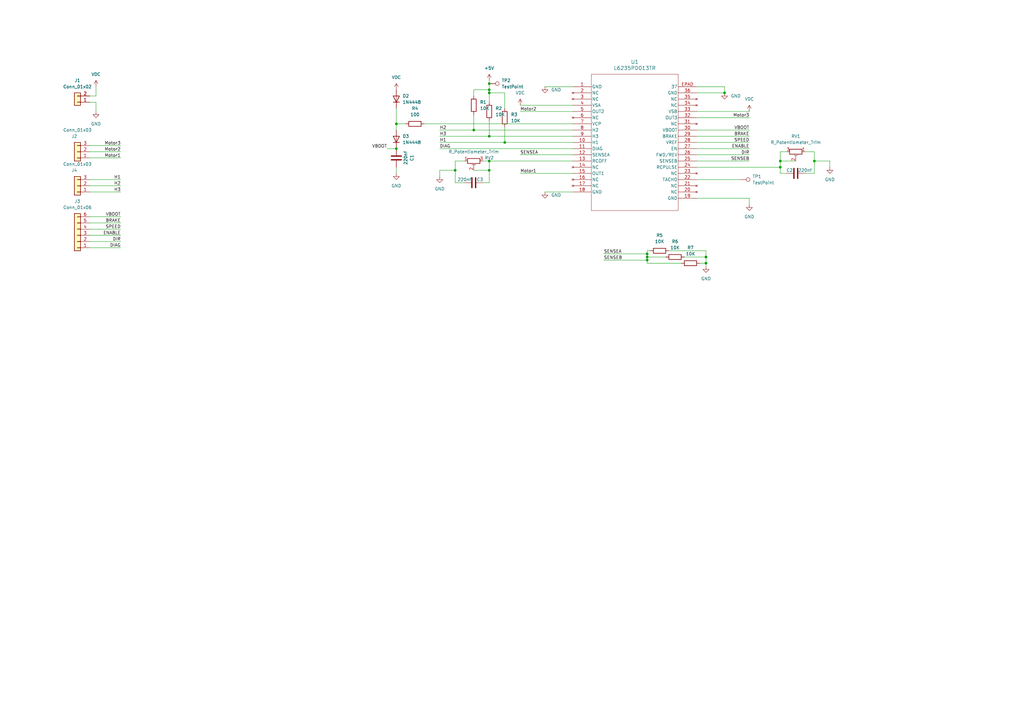
<source format=kicad_sch>
(kicad_sch (version 20230121) (generator eeschema)
  (paper "A3")
  (lib_symbols
    (symbol "2024-07-19_12-46-37:L6235PD013TR" (pin_names (offset 0.254))
      (property "Reference" "U" (at 25.4 10.16 0))
      (property "Value" "L6235PD013TR" (at 25.4 7.62 0))
      (symbol "L6235PD013TR_0_1"
        (polyline (pts (xy 7.62 -50.8) (xy 43.18 -50.8)) (stroke (width 0.127)))
        (polyline (pts (xy 7.62 5.08) (xy 7.62 -50.8)) (stroke (width 0.127)))
        (polyline (pts (xy 43.18 -50.8) (xy 43.18 5.08)) (stroke (width 0.127)))
        (polyline (pts (xy 43.18 5.08) (xy 7.62 5.08)) (stroke (width 0.127)))
        (pin unspecified line (at 0 0 0) (length 7.62) (name "GND") (number "1"))
        (pin input line (at 0 -22.86 0) (length 7.62) (name "H1") (number "10"))
        (pin output line (at 0 -25.4 0) (length 7.62) (name "DIAG") (number "11"))
        (pin power_in line (at 0 -27.94 0) (length 7.62) (name "SENSEA") (number "12"))
        (pin unspecified line (at 0 -30.48 0) (length 7.62) (name "RCOFF") (number "13"))
        (pin no_connect line (at 0 -33.02 0) (length 7.62) (name "NC") (number "14"))
        (pin output line (at 0 -35.56 0) (length 7.62) (name "OUT1") (number "15"))
        (pin no_connect line (at 0 -38.1 0) (length 7.62) (name "NC") (number "16"))
        (pin no_connect line (at 0 -40.64 0) (length 7.62) (name "NC") (number "17"))
        (pin unspecified line (at 0 -43.18 0) (length 7.62) (name "GND") (number "18"))
        (pin unspecified line (at 50.8 -45.72 180) (length 7.62) (name "GND") (number "19"))
        (pin no_connect line (at 0 -2.54 0) (length 7.62) (name "NC") (number "2"))
        (pin no_connect line (at 50.8 -43.18 180) (length 7.62) (name "NC") (number "20"))
        (pin no_connect line (at 50.8 -40.64 180) (length 7.62) (name "NC") (number "21"))
        (pin output line (at 50.8 -38.1 180) (length 7.62) (name "TACHO") (number "22"))
        (pin no_connect line (at 50.8 -35.56 180) (length 7.62) (name "NC") (number "23"))
        (pin unspecified line (at 50.8 -33.02 180) (length 7.62) (name "RCPULSE") (number "24"))
        (pin power_in line (at 50.8 -30.48 180) (length 7.62) (name "SENSEB") (number "25"))
        (pin input line (at 50.8 -27.94 180) (length 7.62) (name "FWD/REV") (number "26"))
        (pin input line (at 50.8 -25.4 180) (length 7.62) (name "EN") (number "27"))
        (pin power_in line (at 50.8 -22.86 180) (length 7.62) (name "VREF") (number "28"))
        (pin input line (at 50.8 -20.32 180) (length 7.62) (name "BRAKE") (number "29"))
        (pin no_connect line (at 0 -5.08 0) (length 7.62) (name "NC") (number "3"))
        (pin power_in line (at 50.8 -17.78 180) (length 7.62) (name "VBOOT") (number "30"))
        (pin no_connect line (at 50.8 -15.24 180) (length 7.62) (name "NC") (number "31"))
        (pin output line (at 50.8 -12.7 180) (length 7.62) (name "OUT3") (number "32"))
        (pin power_in line (at 50.8 -10.16 180) (length 7.62) (name "VSB") (number "33"))
        (pin no_connect line (at 50.8 -7.62 180) (length 7.62) (name "NC") (number "34"))
        (pin no_connect line (at 50.8 -5.08 180) (length 7.62) (name "NC") (number "35"))
        (pin unspecified line (at 50.8 -2.54 180) (length 7.62) (name "GND") (number "36"))
        (pin power_in line (at 0 -7.62 0) (length 7.62) (name "VSA") (number "4"))
        (pin output line (at 0 -10.16 0) (length 7.62) (name "OUT2") (number "5"))
        (pin no_connect line (at 0 -12.7 0) (length 7.62) (name "NC") (number "6"))
        (pin power_in line (at 0 -15.24 0) (length 7.62) (name "VCP") (number "7"))
        (pin input line (at 0 -17.78 0) (length 7.62) (name "H2") (number "8"))
        (pin input line (at 0 -20.32 0) (length 7.62) (name "H3") (number "9"))
        (pin unspecified line (at 50.8 0 180) (length 7.62) (name "37") (number "EPAD"))
      )
    )
    (symbol "Connector:TestPoint" (pin_numbers hide) (pin_names (offset 0.762) hide)
      (property "Reference" "TP" (at 0 6.858 0))
      (property "Value" "TestPoint" (at 0 5.08 0))
      (symbol "TestPoint_0_1"
        (circle (center 0 3.302) (radius 0.762))
      )
      (symbol "TestPoint_1_1"
        (pin passive line (at 0 0 90) (length 2.54) (name "1") (number "1"))
      )
    )
    (symbol "Connector_Generic:Conn_01x02" (pin_names (offset 1.016) hide)
      (property "Reference" "J" (at 0 2.54 0))
      (property "Value" "Conn_01x02" (at 0 -5.08 0))
      (symbol "Conn_01x02_1_1"
        (rectangle (start -1.27 -2.413) (end 0 -2.667) (stroke (width 0.1524)))
        (rectangle (start -1.27 0.127) (end 0 -0.127) (stroke (width 0.1524)))
        (rectangle (start -1.27 1.27) (end 1.27 -3.81) (stroke (width 0.254)) (fill (type background)))
        (pin passive line (at -5.08 0 0) (length 3.81) (name "Pin_1") (number "1"))
        (pin passive line (at -5.08 -2.54 0) (length 3.81) (name "Pin_2") (number "2"))
      )
    )
    (symbol "Connector_Generic:Conn_01x03" (pin_names (offset 1.016) hide)
      (property "Reference" "J" (at 0 5.08 0))
      (property "Value" "Conn_01x03" (at 0 -5.08 0))
      (symbol "Conn_01x03_1_1"
        (rectangle (start -1.27 -2.413) (end 0 -2.667) (stroke (width 0.1524)))
        (rectangle (start -1.27 0.127) (end 0 -0.127) (stroke (width 0.1524)))
        (rectangle (start -1.27 2.667) (end 0 2.413) (stroke (width 0.1524)))
        (rectangle (start -1.27 3.81) (end 1.27 -3.81) (stroke (width 0.254)) (fill (type background)))
        (pin passive line (at -5.08 2.54 0) (length 3.81) (name "Pin_1") (number "1"))
        (pin passive line (at -5.08 0 0) (length 3.81) (name "Pin_2") (number "2"))
        (pin passive line (at -5.08 -2.54 0) (length 3.81) (name "Pin_3") (number "3"))
      )
    )
    (symbol "Connector_Generic:Conn_01x06" (pin_names (offset 1.016) hide)
      (property "Reference" "J" (at 0 7.62 0))
      (property "Value" "Conn_01x06" (at 0 -10.16 0))
      (symbol "Conn_01x06_1_1"
        (rectangle (start -1.27 -7.493) (end 0 -7.747) (stroke (width 0.1524)))
        (rectangle (start -1.27 -4.953) (end 0 -5.207) (stroke (width 0.1524)))
        (rectangle (start -1.27 -2.413) (end 0 -2.667) (stroke (width 0.1524)))
        (rectangle (start -1.27 0.127) (end 0 -0.127) (stroke (width 0.1524)))
        (rectangle (start -1.27 2.667) (end 0 2.413) (stroke (width 0.1524)))
        (rectangle (start -1.27 5.207) (end 0 4.953) (stroke (width 0.1524)))
        (rectangle (start -1.27 6.35) (end 1.27 -8.89) (stroke (width 0.254)) (fill (type background)))
        (pin passive line (at -5.08 5.08 0) (length 3.81) (name "Pin_1") (number "1"))
        (pin passive line (at -5.08 2.54 0) (length 3.81) (name "Pin_2") (number "2"))
        (pin passive line (at -5.08 0 0) (length 3.81) (name "Pin_3") (number "3"))
        (pin passive line (at -5.08 -2.54 0) (length 3.81) (name "Pin_4") (number "4"))
        (pin passive line (at -5.08 -5.08 0) (length 3.81) (name "Pin_5") (number "5"))
        (pin passive line (at -5.08 -7.62 0) (length 3.81) (name "Pin_6") (number "6"))
      )
    )
    (symbol "Device:C" (pin_numbers hide) (pin_names (offset 0.254))
      (property "Reference" "C" (at 0.635 2.54 0))
      (property "Value" "C" (at 0.635 -2.54 0))
      (symbol "C_0_1"
        (polyline (pts (xy -2.032 -0.762) (xy 2.032 -0.762)) (stroke (width 0.508)))
        (polyline (pts (xy -2.032 0.762) (xy 2.032 0.762)) (stroke (width 0.508)))
      )
      (symbol "C_1_1"
        (pin passive line (at 0 3.81 270) (length 2.794) (name "~") (number "1"))
        (pin passive line (at 0 -3.81 90) (length 2.794) (name "~") (number "2"))
      )
    )
    (symbol "Device:R" (pin_numbers hide) (pin_names (offset 0))
      (property "Reference" "R" (at 2.032 0 90))
      (property "Value" "R" (at 0 0 90))
      (symbol "R_0_1"
        (rectangle (start -1.016 -2.54) (end 1.016 2.54) (stroke (width 0.254)))
      )
      (symbol "R_1_1"
        (pin passive line (at 0 3.81 270) (length 1.27) (name "~") (number "1"))
        (pin passive line (at 0 -3.81 90) (length 1.27) (name "~") (number "2"))
      )
    )
    (symbol "Device:R_Potentiometer_Trim" (pin_names (offset 1.016) hide)
      (property "Reference" "RV" (at -4.445 0 90))
      (property "Value" "R_Potentiometer_Trim" (at -2.54 0 90))
      (symbol "R_Potentiometer_Trim_0_1"
        (polyline (pts (xy 1.524 0.762) (xy 1.524 -0.762)))
        (polyline (pts (xy 2.54 0) (xy 1.524 0)))
        (rectangle (start 1.016 2.54) (end -1.016 -2.54) (stroke (width 0.254)))
      )
      (symbol "R_Potentiometer_Trim_1_1"
        (pin passive line (at 0 3.81 270) (length 1.27) (name "1") (number "1"))
        (pin passive line (at 3.81 0 180) (length 1.27) (name "2") (number "2"))
        (pin passive line (at 0 -3.81 90) (length 1.27) (name "3") (number "3"))
      )
    )
    (symbol "Diode:1N4448" (pin_numbers hide) (pin_names hide)
      (property "Reference" "D" (at 0 2.54 0))
      (property "Value" "1N4448" (at 0 -2.54 0))
      (symbol "1N4448_0_1"
        (polyline (pts (xy -1.27 1.27) (xy -1.27 -1.27)) (stroke (width 0.254)))
        (polyline (pts (xy 1.27 0) (xy -1.27 0)))
        (polyline (pts (xy 1.27 1.27) (xy 1.27 -1.27) (xy -1.27 0) (xy 1.27 1.27)) (stroke (width 0.254)))
      )
      (symbol "1N4448_1_1"
        (pin passive line (at -3.81 0 0) (length 2.54) (name "K") (number "1"))
        (pin passive line (at 3.81 0 180) (length 2.54) (name "A") (number "2"))
      )
    )
    (symbol "power:+5V" (power) (pin_names (offset 0))
      (property "Value" "+5V" (at 0 3.556 0))
      (symbol "+5V_0_1"
        (polyline (pts (xy -0.762 1.27) (xy 0 2.54)))
        (polyline (pts (xy 0 0) (xy 0 2.54)))
        (polyline (pts (xy 0 2.54) (xy 0.762 1.27)))
      )
      (symbol "+5V_1_1"
        (pin power_in line (at 0 0 90) (length 0) hide (name "+5V") (number "1"))
      )
    )
    (symbol "power:GND" (power) (pin_names (offset 0))
      (property "Value" "GND" (at 0 -3.81 0))
      (symbol "GND_0_1"
        (polyline (pts (xy 0 0) (xy 0 -1.27) (xy 1.27 -1.27) (xy 0 -2.54) (xy -1.27 -1.27) (xy 0 -1.27)))
      )
      (symbol "GND_1_1"
        (pin power_in line (at 0 0 270) (length 0) hide (name "GND") (number "1"))
      )
    )
    (symbol "power:VDC" (power) (pin_names (offset 0))
      (property "Value" "VDC" (at 0 6.35 0))
      (symbol "VDC_0_1"
        (polyline (pts (xy -0.762 1.27) (xy 0 2.54)))
        (polyline (pts (xy 0 0) (xy 0 2.54)))
        (polyline (pts (xy 0 2.54) (xy 0.762 1.27)))
      )
      (symbol "VDC_1_1"
        (pin power_in line (at 0 0 90) (length 0) hide (name "VDC") (number "1"))
      )
    )
  )
  (junction (at 162.56 60.96))
  (junction (at 297.18 38.1))
  (junction (at 334.01 66.04))
  (junction (at 207.01 58.42))
  (junction (at 320.04 68.58))
  (junction (at 162.56 50.8))
  (junction (at 265.43 106.68))
  (junction (at 320.04 66.04))
  (junction (at 200.66 55.88))
  (junction (at 186.69 69.85))
  (junction (at 265.43 105.41))
  (junction (at 200.66 36.83))
  (junction (at 200.66 34.29))
  (junction (at 200.66 69.85))
  (junction (at 289.56 105.41))
  (junction (at 200.66 38.1))
  (junction (at 194.31 53.34))
  (junction (at 265.43 104.14))
  (junction (at 289.56 107.95))
  (junction (at 200.66 66.04))
  (wire (pts (xy 213.36 43.18) (xy 234.95 43.18)))
  (wire (pts (xy 285.75 35.56) (xy 297.18 35.56)))
  (wire (pts (xy 247.65 106.68) (xy 265.43 106.68)))
  (wire (pts (xy 162.56 68.58) (xy 162.56 71.12)))
  (wire (pts (xy 320.04 68.58) (xy 320.04 71.12)))
  (wire (pts (xy 289.56 107.95) (xy 289.56 109.22)))
  (wire (pts (xy 194.31 53.34) (xy 234.95 53.34)))
  (wire (pts (xy 285.75 81.28) (xy 307.34 81.28)))
  (wire (pts (xy 207.01 44.45) (xy 207.01 38.1)))
  (wire (pts (xy 36.83 59.69) (xy 49.53 59.69)))
  (wire (pts (xy 36.83 39.37) (xy 39.37 39.37)))
  (wire (pts (xy 280.67 105.41) (xy 289.56 105.41)))
  (wire (pts (xy 334.01 66.04) (xy 340.36 66.04)))
  (wire (pts (xy 247.65 104.14) (xy 265.43 104.14)))
  (wire (pts (xy 200.66 34.29) (xy 200.66 33.02)))
  (wire (pts (xy 36.83 96.52) (xy 49.53 96.52)))
  (wire (pts (xy 36.83 73.66) (xy 49.53 73.66)))
  (wire (pts (xy 285.75 55.88) (xy 307.34 55.88)))
  (wire (pts (xy 36.83 64.77) (xy 49.53 64.77)))
  (wire (pts (xy 320.04 66.04) (xy 320.04 62.23)))
  (wire (pts (xy 285.75 53.34) (xy 307.34 53.34)))
  (wire (pts (xy 36.83 93.98) (xy 49.53 93.98)))
  (wire (pts (xy 36.83 62.23) (xy 49.53 62.23)))
  (wire (pts (xy 285.75 73.66) (xy 303.53 73.66)))
  (wire (pts (xy 265.43 104.14) (xy 265.43 102.87)))
  (wire (pts (xy 180.34 69.85) (xy 180.34 72.39)))
  (wire (pts (xy 265.43 102.87) (xy 266.7 102.87)))
  (wire (pts (xy 200.66 49.53) (xy 200.66 55.88)))
  (wire (pts (xy 320.04 66.04) (xy 320.04 68.58)))
  (wire (pts (xy 200.66 36.83) (xy 200.66 38.1)))
  (wire (pts (xy 200.66 66.04) (xy 198.12 66.04)))
  (wire (pts (xy 36.83 99.06) (xy 49.53 99.06)))
  (wire (pts (xy 200.66 66.04) (xy 200.66 69.85)))
  (wire (pts (xy 285.75 68.58) (xy 320.04 68.58)))
  (wire (pts (xy 194.31 36.83) (xy 200.66 36.83)))
  (wire (pts (xy 162.56 53.34) (xy 162.56 50.8)))
  (wire (pts (xy 307.34 81.28) (xy 307.34 83.82)))
  (wire (pts (xy 36.83 91.44) (xy 49.53 91.44)))
  (wire (pts (xy 223.52 35.56) (xy 234.95 35.56)))
  (wire (pts (xy 334.01 71.12) (xy 334.01 66.04)))
  (wire (pts (xy 162.56 50.8) (xy 162.56 44.45)))
  (wire (pts (xy 207.01 52.07) (xy 207.01 58.42)))
  (wire (pts (xy 285.75 60.96) (xy 307.34 60.96)))
  (wire (pts (xy 340.36 66.04) (xy 340.36 68.58)))
  (wire (pts (xy 297.18 35.56) (xy 297.18 38.1)))
  (wire (pts (xy 265.43 106.68) (xy 265.43 105.41)))
  (wire (pts (xy 39.37 41.91) (xy 39.37 45.72)))
  (wire (pts (xy 186.69 66.04) (xy 186.69 69.85)))
  (wire (pts (xy 186.69 74.93) (xy 186.69 69.85)))
  (wire (pts (xy 190.5 74.93) (xy 186.69 74.93)))
  (wire (pts (xy 194.31 39.37) (xy 194.31 36.83)))
  (wire (pts (xy 158.75 60.96) (xy 162.56 60.96)))
  (wire (pts (xy 213.36 45.72) (xy 234.95 45.72)))
  (wire (pts (xy 289.56 107.95) (xy 287.02 107.95)))
  (wire (pts (xy 173.99 50.8) (xy 234.95 50.8)))
  (wire (pts (xy 320.04 71.12) (xy 322.58 71.12)))
  (wire (pts (xy 186.69 69.85) (xy 180.34 69.85)))
  (wire (pts (xy 194.31 69.85) (xy 200.66 69.85)))
  (wire (pts (xy 36.83 41.91) (xy 39.37 41.91)))
  (wire (pts (xy 200.66 36.83) (xy 200.66 34.29)))
  (wire (pts (xy 289.56 105.41) (xy 289.56 107.95)))
  (wire (pts (xy 330.2 62.23) (xy 334.01 62.23)))
  (wire (pts (xy 265.43 105.41) (xy 265.43 104.14)))
  (wire (pts (xy 180.34 60.96) (xy 234.95 60.96)))
  (wire (pts (xy 289.56 102.87) (xy 289.56 105.41)))
  (wire (pts (xy 213.36 71.12) (xy 234.95 71.12)))
  (wire (pts (xy 285.75 38.1) (xy 297.18 38.1)))
  (wire (pts (xy 234.95 66.04) (xy 200.66 66.04)))
  (wire (pts (xy 200.66 69.85) (xy 200.66 74.93)))
  (wire (pts (xy 279.4 107.95) (xy 265.43 107.95)))
  (wire (pts (xy 200.66 74.93) (xy 198.12 74.93)))
  (wire (pts (xy 265.43 105.41) (xy 273.05 105.41)))
  (wire (pts (xy 200.66 55.88) (xy 234.95 55.88)))
  (wire (pts (xy 36.83 78.74) (xy 49.53 78.74)))
  (wire (pts (xy 334.01 62.23) (xy 334.01 66.04)))
  (wire (pts (xy 180.34 53.34) (xy 194.31 53.34)))
  (wire (pts (xy 190.5 66.04) (xy 186.69 66.04)))
  (wire (pts (xy 180.34 55.88) (xy 200.66 55.88)))
  (wire (pts (xy 285.75 66.04) (xy 307.34 66.04)))
  (wire (pts (xy 36.83 101.6) (xy 49.53 101.6)))
  (wire (pts (xy 223.52 78.74) (xy 234.95 78.74)))
  (wire (pts (xy 207.01 38.1) (xy 200.66 38.1)))
  (wire (pts (xy 285.75 48.26) (xy 307.34 48.26)))
  (wire (pts (xy 285.75 45.72) (xy 307.34 45.72)))
  (wire (pts (xy 285.75 58.42) (xy 307.34 58.42)))
  (wire (pts (xy 274.32 102.87) (xy 289.56 102.87)))
  (wire (pts (xy 36.83 76.2) (xy 49.53 76.2)))
  (wire (pts (xy 326.39 66.04) (xy 320.04 66.04)))
  (wire (pts (xy 194.31 46.99) (xy 194.31 53.34)))
  (wire (pts (xy 320.04 62.23) (xy 322.58 62.23)))
  (wire (pts (xy 207.01 58.42) (xy 234.95 58.42)))
  (wire (pts (xy 36.83 88.9) (xy 49.53 88.9)))
  (wire (pts (xy 39.37 39.37) (xy 39.37 35.56)))
  (wire (pts (xy 265.43 107.95) (xy 265.43 106.68)))
  (wire (pts (xy 213.36 63.5) (xy 234.95 63.5)))
  (wire (pts (xy 162.56 50.8) (xy 166.37 50.8)))
  (wire (pts (xy 200.66 38.1) (xy 200.66 41.91)))
  (wire (pts (xy 330.2 71.12) (xy 334.01 71.12)))
  (wire (pts (xy 285.75 63.5) (xy 307.34 63.5)))
  (wire (pts (xy 180.34 58.42) (xy 207.01 58.42)))
  (label "H3" (at 180.34 55.88 0))
  (label "BRAKE" (at 307.34 55.88 180))
  (label "VBOOT" (at 307.34 53.34 180))
  (label "SENSEB" (at 307.34 66.04 180))
  (label "H1" (at 180.34 58.42 0))
  (label "DIR" (at 49.53 99.06 180))
  (label "VBOOT" (at 49.53 88.9 180))
  (label "SENSEA" (at 247.65 104.14 0))
  (label "Motor1" (at 213.36 71.12 0))
  (label "DIAG" (at 180.34 60.96 0))
  (label "H2" (at 49.53 76.2 180))
  (label "SPEED" (at 307.34 58.42 180))
  (label "SENSEA" (at 213.36 63.5 0))
  (label "Motor3" (at 49.53 59.69 180))
  (label "BRAKE" (at 49.53 91.44 180))
  (label "ENABLE" (at 49.53 96.52 180))
  (label "H2" (at 180.34 53.34 0))
  (label "VBOOT" (at 158.75 60.96 180))
  (label "Motor3" (at 307.34 48.26 180))
  (label "SPEED" (at 49.53 93.98 180))
  (label "DIAG" (at 49.53 101.6 180))
  (label "Motor2" (at 49.53 62.23 180))
  (label "H1" (at 49.53 73.66 180))
  (label "Motor1" (at 49.53 64.77 180))
  (label "ENABLE" (at 307.34 60.96 180))
  (label "H3" (at 49.53 78.74 180))
  (label "Motor2" (at 213.36 45.72 0))
  (label "SENSEB" (at 247.65 106.68 0))
  (label "DIR" (at 307.34 63.5 180))
  (symbol (lib_id "Device:R") (at 276.86 105.41 90) (unit 1)
    (property "Reference" "R6" (at 276.86 99.06 90))
    (property "Value" "10K" (at 276.86 101.6 90))
    (property "Footprint" "Resistor_SMD:R_0805_2012Metric_Pad1.20x1.40mm_HandSolder" (effects hide))
  )
  (symbol (lib_id "Device:R") (at 207.01 48.26 0) (unit 1)
    (property "Reference" "R3" (at 209.55 46.99 0) (effects (justify left)))
    (property "Value" "10K" (at 209.55 49.53 0) (effects (justify left)))
    (property "Footprint" "Resistor_SMD:R_0805_2012Metric_Pad1.20x1.40mm_HandSolder" (effects hide))
  )
  (symbol (lib_id "Diode:1N4448") (at 162.56 57.15 90) (unit 1)
    (property "Reference" "D3" (at 165.1 55.88 90) (effects (justify right)))
    (property "Value" "1N4448" (at 165.1 58.42 90) (effects (justify right)))
    (property "Footprint" "Diode_THT:D_DO-35_SOD27_P7.62mm_Horizontal" (effects hide))
    (property "Datasheet" "https://assets.nexperia.com/documents/data-sheet/1N4148_1N4448.pdf" (effects hide))
    (property "Sim.Device" "D" (effects hide))
    (property "Sim.Pins" "1=K 2=A" (effects hide))
  )
  (symbol (lib_id "power:GND") (at 223.52 78.74 0) (unit 1)
    (property "Reference" "#PWR03" (effects hide))
    (property "Value" "GND" (at 226.06 80.01 0) (effects (justify left)))
  )
  (symbol (lib_id "power:VDC") (at 307.34 45.72 0) (unit 1)
    (property "Reference" "#PWR06" (effects hide))
    (property "Value" "VDC" (at 307.34 40.64 0))
  )
  (symbol (lib_id "Device:R_Potentiometer_Trim") (at 326.39 62.23 270) (unit 1)
    (property "Reference" "RV1" (at 326.39 55.88 90))
    (property "Value" "R_Potentiometer_Trim" (at 326.39 58.42 90))
    (property "Footprint" "Potentiometer_THT:Potentiometer_Bourns_3266Z_Horizontal" (effects hide))
  )
  (symbol (lib_id "2024-07-19_12-46-37:L6235PD013TR") (at 234.95 35.56 0) (unit 1)
    (property "Reference" "U1" (at 260.35 25.4 0) (effects (font (size 1.524 1.524))))
    (property "Value" "L6235PD013TR" (at 260.35 27.94 0) (effects (font (size 1.524 1.524))))
    (property "Footprint" "PowerSO-36_STM" (effects hide))
    (property "Datasheet" "L6235PD013TR" (effects hide))
  )
  (symbol (lib_id "power:GND") (at 162.56 71.12 0) (unit 1)
    (property "Reference" "#PWR07" (effects hide))
    (property "Value" "GND" (at 162.56 76.2 0))
  )
  (symbol (lib_id "power:GND") (at 180.34 72.39 0) (mirror y) (unit 1)
    (property "Reference" "#PWR011" (effects hide))
    (property "Value" "GND" (at 180.34 77.47 0))
  )
  (symbol (lib_id "power:GND") (at 340.36 68.58 0) (unit 1)
    (property "Reference" "#PWR010" (effects hide))
    (property "Value" "GND" (at 340.36 73.66 0))
  )
  (symbol (lib_id "Connector_Generic:Conn_01x03") (at 31.75 76.2 180) (unit 1)
    (property "Reference" "J4" (at 30.48 69.85 0))
    (property "Value" "Conn_01x03" (at 31.75 67.31 0))
    (property "Footprint" "Connector_PinHeader_2.54mm:PinHeader_1x03_P2.54mm_Vertical" (effects hide))
  )
  (symbol (lib_id "Connector:TestPoint") (at 200.66 34.29 270) (unit 1)
    (property "Reference" "TP2" (at 205.74 33.02 90) (effects (justify left)))
    (property "Value" "TestPoint" (at 205.74 35.56 90) (effects (justify left)))
    (property "Footprint" "TestPoint:TestPoint_Pad_1.0x1.0mm" (effects hide))
  )
  (symbol (lib_id "Connector:TestPoint") (at 303.53 73.66 270) (unit 1)
    (property "Reference" "TP1" (at 308.61 72.39 90) (effects (justify left)))
    (property "Value" "TestPoint" (at 308.61 74.93 90) (effects (justify left)))
    (property "Footprint" "TestPoint:TestPoint_Pad_1.0x1.0mm" (effects hide))
  )
  (symbol (lib_id "Connector_Generic:Conn_01x03") (at 31.75 62.23 180) (unit 1)
    (property "Reference" "J2" (at 30.48 55.88 0))
    (property "Value" "Conn_01x03" (at 31.75 53.34 0))
    (property "Footprint" "Connector_PinHeader_2.54mm:PinHeader_1x03_P2.54mm_Vertical" (effects hide))
  )
  (symbol (lib_id "power:GND") (at 307.34 83.82 0) (unit 1)
    (property "Reference" "#PWR04" (effects hide))
    (property "Value" "GND" (at 307.34 88.9 0))
  )
  (symbol (lib_id "power:GND") (at 297.18 38.1 0) (unit 1)
    (property "Reference" "#PWR05" (effects hide))
    (property "Value" "GND" (at 299.72 39.37 0) (effects (justify left)))
  )
  (symbol (lib_id "Device:R") (at 200.66 45.72 0) (unit 1)
    (property "Reference" "R2" (at 203.2 44.45 0) (effects (justify left)))
    (property "Value" "10K" (at 203.2 46.99 0) (effects (justify left)))
    (property "Footprint" "Resistor_SMD:R_0805_2012Metric_Pad1.20x1.40mm_HandSolder" (effects hide))
  )
  (symbol (lib_id "Diode:1N4448") (at 162.56 40.64 90) (unit 1)
    (property "Reference" "D2" (at 165.1 39.37 90) (effects (justify right)))
    (property "Value" "1N4448" (at 165.1 41.91 90) (effects (justify right)))
    (property "Footprint" "Diode_THT:D_DO-35_SOD27_P7.62mm_Horizontal" (effects hide))
    (property "Datasheet" "https://assets.nexperia.com/documents/data-sheet/1N4148_1N4448.pdf" (effects hide))
    (property "Sim.Device" "D" (effects hide))
    (property "Sim.Pins" "1=K 2=A" (effects hide))
  )
  (symbol (lib_id "power:+5V") (at 200.66 33.02 0) (unit 1)
    (property "Reference" "#PWR01" (effects hide))
    (property "Value" "+5V" (at 200.66 27.94 0))
  )
  (symbol (lib_id "Device:R") (at 283.21 107.95 90) (unit 1)
    (property "Reference" "R7" (at 283.21 101.6 90))
    (property "Value" "10K" (at 283.21 104.14 90))
    (property "Footprint" "Resistor_SMD:R_0805_2012Metric_Pad1.20x1.40mm_HandSolder" (effects hide))
  )
  (symbol (lib_id "power:GND") (at 39.37 45.72 0) (unit 1)
    (property "Reference" "#PWR014" (effects hide))
    (property "Value" "GND" (at 39.37 50.8 0))
  )
  (symbol (lib_id "Connector_Generic:Conn_01x06") (at 31.75 96.52 180) (unit 1)
    (property "Reference" "J3" (at 31.75 82.55 0))
    (property "Value" "Conn_01x06" (at 31.75 85.09 0))
    (property "Footprint" "Connector_PinHeader_2.54mm:PinHeader_1x06_P2.54mm_Vertical" (effects hide))
  )
  (symbol (lib_id "power:VDC") (at 162.56 36.83 0) (unit 1)
    (property "Reference" "#PWR09" (effects hide))
    (property "Value" "VDC" (at 162.56 31.75 0))
  )
  (symbol (lib_id "Device:R") (at 170.18 50.8 90) (unit 1)
    (property "Reference" "R4" (at 170.18 44.45 90))
    (property "Value" "100" (at 170.18 46.99 90))
    (property "Footprint" "Resistor_SMD:R_0805_2012Metric_Pad1.20x1.40mm_HandSolder" (effects hide))
  )
  (symbol (lib_id "Device:R") (at 270.51 102.87 90) (unit 1)
    (property "Reference" "R5" (at 270.51 96.52 90))
    (property "Value" "10K" (at 270.51 99.06 90))
    (property "Footprint" "Resistor_SMD:R_0805_2012Metric_Pad1.20x1.40mm_HandSolder" (effects hide))
  )
  (symbol (lib_id "power:VDC") (at 39.37 35.56 0) (unit 1)
    (property "Reference" "#PWR013" (effects hide))
    (property "Value" "VDC" (at 39.37 30.48 0))
  )
  (symbol (lib_id "power:VDC") (at 213.36 43.18 0) (unit 1)
    (property "Reference" "#PWR08" (effects hide))
    (property "Value" "VDC" (at 213.36 38.1 0))
  )
  (symbol (lib_id "power:GND") (at 289.56 109.22 0) (unit 1)
    (property "Reference" "#PWR012" (effects hide))
    (property "Value" "GND" (at 289.56 114.3 0))
  )
  (symbol (lib_id "power:GND") (at 223.52 35.56 0) (unit 1)
    (property "Reference" "#PWR02" (effects hide))
    (property "Value" "GND" (at 226.06 36.83 0) (effects (justify left)))
  )
  (symbol (lib_id "Connector_Generic:Conn_01x02") (at 31.75 41.91 180) (unit 1)
    (property "Reference" "J1" (at 31.75 33.02 0))
    (property "Value" "Conn_01x02" (at 31.75 35.56 0))
    (property "Footprint" "TerminalBlock_RND:TerminalBlock_RND_205-00001_1x02_P5.00mm_Horizontal" (effects hide))
  )
  (symbol (lib_id "Device:C") (at 162.56 64.77 0) (unit 1)
    (property "Reference" "C1" (at 168.91 64.77 90))
    (property "Value" "220nf" (at 166.37 64.77 90))
    (property "Footprint" "Capacitor_SMD:C_0805_2012Metric" (effects hide))
  )
  (symbol (lib_id "Device:C") (at 194.31 74.93 270) (mirror x) (unit 1)
    (property "Reference" "C3" (at 196.85 73.66 90))
    (property "Value" "220nf" (at 190.5 73.66 90))
    (property "Footprint" "Capacitor_SMD:C_0805_2012Metric" (effects hide))
  )
  (symbol (lib_id "Device:C") (at 326.39 71.12 90) (unit 1)
    (property "Reference" "C2" (at 323.85 69.85 90))
    (property "Value" "220nf" (at 330.2 69.85 90))
    (property "Footprint" "Capacitor_SMD:C_0805_2012Metric" (effects hide))
  )
  (symbol (lib_id "Device:R_Potentiometer_Trim") (at 194.31 66.04 90) (mirror x) (unit 1)
    (property "Reference" "RV2" (at 200.66 64.77 90))
    (property "Value" "R_Potentiometer_Trim" (at 194.31 62.23 90))
    (property "Footprint" "Potentiometer_THT:Potentiometer_Bourns_3266Z_Horizontal" (effects hide))
  )
  (symbol (lib_id "Device:R") (at 194.31 43.18 0) (unit 1)
    (property "Reference" "R1" (at 196.85 41.91 0) (effects (justify left)))
    (property "Value" "10K" (at 196.85 44.45 0) (effects (justify left)))
    (property "Footprint" "Resistor_SMD:R_0805_2012Metric_Pad1.20x1.40mm_HandSolder" (effects hide))
  )
)
</source>
